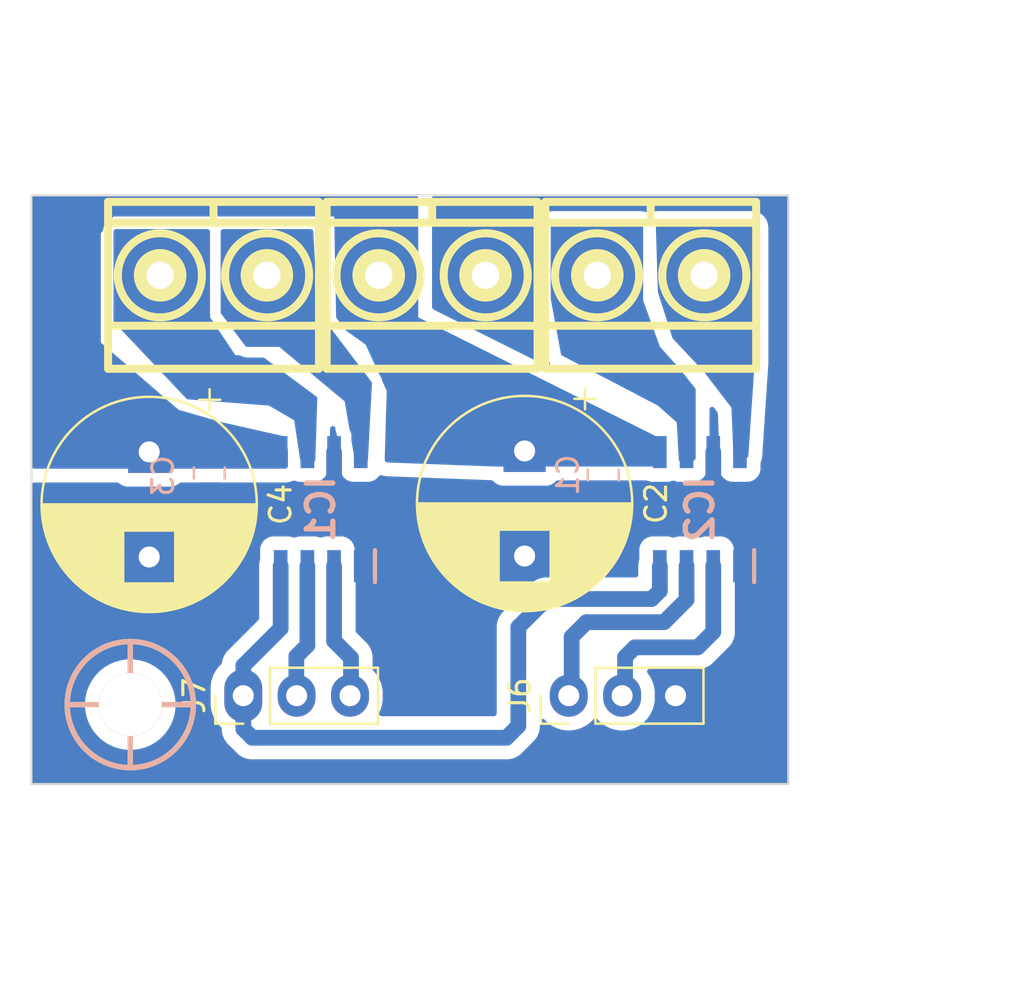
<source format=kicad_pcb>
(kicad_pcb (version 20240108) (generator "pcbnew") (generator_version "8.0")
  (layers (0 "F.Cu" signal) (31 "B.Cu" signal) (34 "B.Paste" user) (35 "F.Paste" user) (36 "B.SilkS" user "B.Silkscreen") (37 "F.SilkS" user "F.Silkscreen") (38 "B.Mask" user) (39 "F.Mask" user) (44 "Edge.Cuts" user))
  (net 0 "")
  (net 1 "GND")
  (net 2 "/M1B")
  (net 3 "/M1A")
  (net 4 "+5V")
  (net 5 "VCC")
  (net 6 "/OUT1A")
  (net 7 "/OUT1B")
  (net 8 "/M2B")
  (net 9 "/OUT2A")
  (net 10 "/M2A")
  (net 11 "/OUT2B")
  (footprint "Connector_PinHeader_2.54mm:PinHeader_1x03_P2.54mm_Vertical" (layer "F.Cu") (at 156.41 105.75 90)
    (property "Reference" "J6" (at 0 -2.33 -90) (layer "F.SilkS"))
    (property "Value" "Conn_01X03" (hide yes))
    (pad "1" thru_hole oval (at 0 0 90) (size 2 1.8) (drill 1) (layers "*.Cu" "*.Mask") (net 10 "/M2A"))
    (pad "2" thru_hole oval (at 0 2.54 90) (size 2 1.8) (drill 1) (layers "*.Cu" "*.Mask") (net 8 "/M2B"))
    (pad "3" thru_hole rect (at 0 5.08 90) (size 2 1.8) (drill 1) (layers "*.Cu" "*.Mask") (net 1 "GND"))
  )
  (footprint "Connector_PinHeader_2.54mm:PinHeader_1x03_P2.54mm_Vertical" (layer "F.Cu") (at 140.925 105.75 90)
    (property "Reference" "J7" (at 0 -2.33 -90) (layer "F.SilkS"))
    (property "Value" "Conn_01X03" (hide yes))
    (pad "1" thru_hole oval (at 0 0 90) (size 2.5 1.8) (drill 1) (layers "*.Cu" "*.Mask") (net 4 "+5V"))
    (pad "2" thru_hole oval (at 0 2.54 90) (size 2 1.8) (drill 1) (layers "*.Cu" "*.Mask") (net 3 "/M1A"))
    (pad "3" thru_hole oval (at 0 5.08 90) (size 2 1.8) (drill 1) (layers "*.Cu" "*.Mask") (net 2 "/M1B"))
  )
  (footprint "EESTN5:BORNERA2_AZUL" (layer "F.Cu") (at 139.51 85.75 180)
    (property "Reference" "J1" (hide yes))
    (property "Value" "MOTOR1" (hide yes))
    (pad "1" thru_hole circle (at -2.54 0 180) (size 2.5 2.5) (drill 1.3) (layers "*.Cu" "*.Mask" "F.SilkS") (net 7 "/OUT1B"))
    (pad "2" thru_hole circle (at 2.54 0 180) (size 2.5 2.5) (drill 1.3) (layers "*.Cu" "*.Mask" "F.SilkS") (net 6 "/OUT1A"))
  )
  (footprint "EESTN5:hole_3mm" (layer "F.Cu") (at 135.55 106.17375)
    (property "Reference" "H1" (hide yes))
    (property "Value" "Mounting_Hole" (hide yes))
    (pad "1" thru_hole circle (at 0 0) (size 3 3) (drill 3) (layers "*.Cu" "F.SilkS"))
  )
  (footprint "EESTN5:BORNERA2_AZUL" (layer "F.Cu") (at 149.91 85.75 180)
    (property "Reference" "J3" (hide yes))
    (property "Value" "TB_1X2" (hide yes))
    (pad "1" thru_hole circle (at -2.54 0 180) (size 2.5 2.5) (drill 1.3) (layers "*.Cu" "*.Mask" "F.SilkS") (net 1 "GND"))
    (pad "2" thru_hole circle (at 2.54 0 180) (size 2.5 2.5) (drill 1.3) (layers "*.Cu" "*.Mask" "F.SilkS") (net 5 "VCC"))
  )
  (footprint "EESTN5:BORNERA2_AZUL" (layer "F.Cu") (at 160.31 85.75 180)
    (property "Reference" "J2" (hide yes))
    (property "Value" "MOTOR2" (hide yes))
    (pad "1" thru_hole circle (at -2.54 0 180) (size 2.5 2.5) (drill 1.3) (layers "*.Cu" "*.Mask" "F.SilkS") (net 11 "/OUT2B"))
    (pad "2" thru_hole circle (at 2.54 0 180) (size 2.5 2.5) (drill 1.3) (layers "*.Cu" "*.Mask" "F.SilkS") (net 9 "/OUT2A"))
  )
  (footprint "Capacitor_THT:CP_Radial_D10.0mm_P5.00mm" (layer "F.Cu") (at 154.31 94.106073 -90)
    (property "Reference" "C2" (at 2.5 -6.25 90) (layer "F.SilkS"))
    (property "Value" "100uF")
    (pad "1" thru_hole rect (at 0 0 270) (size 2 2) (drill 1) (layers "*.Cu" "*.Mask") (net 5 "VCC"))
    (pad "2" thru_hole circle (at 5 0 270) (size 2 2) (drill 1) (layers "*.Cu" "*.Mask") (net 1 "GND"))
  )
  (footprint "Capacitor_THT:CP_Radial_D10.0mm_P5.00mm" (layer "F.Cu") (at 136.45 94.15 -90)
    (property "Reference" "C4" (at 2.5 -6.25 90) (layer "F.SilkS"))
    (property "Value" "100uF")
    (pad "1" thru_hole rect (at 0 0 270) (size 2 2) (drill 1) (layers "*.Cu" "*.Mask") (net 5 "VCC"))
    (pad "2" thru_hole circle (at 5 0 270) (size 2 2) (drill 1) (layers "*.Cu" "*.Mask") (net 1 "GND"))
  )
  (footprint "TB67H450:SOIC127P600X170-9N" (layer "B.Cu") (at 144.61 96.87375 90)
    (property "Reference" "IC1" (at 0 0 90) (layer "B.SilkS") (effects (font (size 1.27 1.27) (thickness 0.254)) (justify mirror)))
    (property "Value" "TB67H450FNG,EL" (hide yes))
    (pad "1" smd rect (at -2.712 1.905) (size 0.65 1.525) (layers "B.Cu" "B.Paste" "B.Mask") (net 1 "GND"))
    (pad "2" smd rect (at -2.712 0.635) (size 0.65 1.525) (layers "B.Cu" "B.Paste" "B.Mask") (net 2 "/M1B"))
    (pad "3" smd rect (at -2.712 -0.635) (size 0.65 1.525) (layers "B.Cu" "B.Paste" "B.Mask") (net 3 "/M1A"))
    (pad "4" smd rect (at -2.712 -1.905) (size 0.65 1.525) (layers "B.Cu" "B.Paste" "B.Mask") (net 4 "+5V"))
    (pad "5" smd rect (at 2.712 -1.905) (size 0.65 1.525) (layers "B.Cu" "B.Paste" "B.Mask") (net 5 "VCC"))
    (pad "6" smd rect (at 2.712 -0.635) (size 0.65 1.525) (layers "B.Cu" "B.Paste" "B.Mask") (net 6 "/OUT1A"))
    (pad "7" smd rect (at 2.712 0.635) (size 0.65 1.525) (layers "B.Cu" "B.Paste" "B.Mask") (net 1 "GND"))
    (pad "8" smd rect (at 2.712 1.905) (size 0.65 1.525) (layers "B.Cu" "B.Paste" "B.Mask") (net 7 "/OUT1B"))
    (pad "9" smd rect (at 0 0 90) (size 2.39 3.2) (layers "B.Cu" "B.Paste" "B.Mask") (net 1 "GND"))
  )
  (footprint "TB67H450:SOIC127P600X170-9N" (layer "B.Cu") (at 162.65 96.87375 90)
    (property "Reference" "IC2" (at 0 0 90) (layer "B.SilkS") (effects (font (size 1.27 1.27) (thickness 0.254)) (justify mirror)))
    (property "Value" "TB67H450FNG,EL" (hide yes))
    (pad "1" smd rect (at -2.712 1.905) (size 0.65 1.525) (layers "B.Cu" "B.Paste" "B.Mask") (net 1 "GND"))
    (pad "2" smd rect (at -2.712 0.635) (size 0.65 1.525) (layers "B.Cu" "B.Paste" "B.Mask") (net 8 "/M2B"))
    (pad "3" smd rect (at -2.712 -0.635) (size 0.65 1.525) (layers "B.Cu" "B.Paste" "B.Mask") (net 10 "/M2A"))
    (pad "4" smd rect (at -2.712 -1.905) (size 0.65 1.525) (layers "B.Cu" "B.Paste" "B.Mask") (net 4 "+5V"))
    (pad "5" smd rect (at 2.712 -1.905) (size 0.65 1.525) (layers "B.Cu" "B.Paste" "B.Mask") (net 5 "VCC"))
    (pad "6" smd rect (at 2.712 -0.635) (size 0.65 1.525) (layers "B.Cu" "B.Paste" "B.Mask") (net 9 "/OUT2A"))
    (pad "7" smd rect (at 2.712 0.635) (size 0.65 1.525) (layers "B.Cu" "B.Paste" "B.Mask") (net 1 "GND"))
    (pad "8" smd rect (at 2.712 1.905) (size 0.65 1.525) (layers "B.Cu" "B.Paste" "B.Mask") (net 11 "/OUT2B"))
    (pad "9" smd rect (at 0 0 90) (size 2.39 3.2) (layers "B.Cu" "B.Paste" "B.Mask") (net 1 "GND"))
  )
  (footprint "Capacitor_SMD:C_0805_2012Metric_Pad1.18x1.45mm_HandSolder" (layer "B.Cu") (at 139.31 95.15 -90)
    (property "Reference" "C3" (at 0.1375 2.2 90) (layer "B.SilkS") (effects (justify mirror)))
    (property "Value" "100nF")
    (pad "1" smd roundrect (at -1.0375 0 270) (size 1.175 1.45) (layers "B.Cu" "B.Paste" "B.Mask") (roundrect_rratio 0.212766) (net 5 "VCC"))
    (pad "2" smd roundrect (at 1.0375 0 270) (size 1.175 1.45) (layers "B.Cu" "B.Paste" "B.Mask") (roundrect_rratio 0.212766) (net 1 "GND"))
  )
  (footprint "Capacitor_SMD:C_0805_2012Metric_Pad1.18x1.45mm_HandSolder" (layer "B.Cu") (at 158.05 95.25 -90)
    (property "Reference" "C1" (at 0 1.68 90) (layer "B.SilkS") (effects (justify mirror)))
    (property "Value" "100nF")
    (pad "1" smd roundrect (at -1.0375 0 270) (size 1.175 1.45) (layers "B.Cu" "B.Paste" "B.Mask") (roundrect_rratio 0.212766) (net 5 "VCC"))
    (pad "2" smd roundrect (at 1.0375 0 270) (size 1.175 1.45) (layers "B.Cu" "B.Paste" "B.Mask") (roundrect_rratio 0.212766) (net 1 "GND"))
  )
  (gr_line (start 130.85 109.95) (end 166.85 109.95) (stroke (width 0.1)) (layer "Edge.Cuts"))
  (gr_line (start 166.85 109.95) (end 166.85 81.95) (stroke (width 0.1)) (layer "Edge.Cuts"))
  (gr_line (start 166.85 81.95) (end 130.85 81.95) (stroke (width 0.1)) (layer "Edge.Cuts"))
  (gr_line (start 130.85 81.95) (end 130.85 109.95) (stroke (width 0.1)) (layer "Edge.Cuts"))
  (segment (start 146.535 99.56575) (end 146.515 99.58575) (width 0.25) (layer "B.Cu") (net 1))
  (segment (start 163.285 96.23875) (end 162.65 96.87375) (width 0.75) (layer "B.Cu") (net 1))
  (segment (start 163.285 94.16175) (end 163.285 96.23875) (width 0.75) (layer "B.Cu") (net 1))
  (segment (start 144.61 96.87375) (end 145.245 96.23875) (width 0.75) (layer "B.Cu") (net 1))
  (segment (start 145.245 96.23875) (end 145.245 94.16175) (width 0.75) (layer "B.Cu") (net 1))
  (segment (start 145.245 99.58575) (end 145.245 103.145) (width 0.75) (layer "B.Cu") (net 2))
  (segment (start 146.05 105.63375) (end 146.01 105.67375) (width 0.75) (layer "B.Cu") (net 2))
  (segment (start 146.05 103.95) (end 146.05 105.63375) (width 0.75) (layer "B.Cu") (net 2))
  (segment (start 145.245 103.145) (end 146.05 103.95) (width 0.75) (layer "B.Cu") (net 2))
  (segment (start 143.435 105.63875) (end 143.47 105.67375) (width 0.5) (layer "B.Cu") (net 3))
  (segment (start 143.45 103.88) (end 143.45 105.65375) (width 0.75) (layer "B.Cu") (net 3))
  (segment (start 143.975 103.355) (end 143.45 103.88) (width 0.75) (layer "B.Cu") (net 3))
  (segment (start 143.45 105.65375) (end 143.47 105.67375) (width 0.75) (layer "B.Cu") (net 3))
  (segment (start 143.975 99.58575) (end 143.975 103.355) (width 0.75) (layer "B.Cu") (net 3))
  (segment (start 140.93 104.32) (end 140.93 105.67375) (width 0.75) (layer "B.Cu") (net 4))
  (segment (start 160.745 100.755) (end 160.35 101.15) (width 0.75) (layer "B.Cu") (net 4))
  (segment (start 141.35 107.75) (end 153.45 107.75) (width 0.75) (layer "B.Cu") (net 4))
  (segment (start 160.35 101.15) (end 155.35 101.15) (width 0.75) (layer "B.Cu") (net 4))
  (segment (start 160.745 99.58575) (end 160.745 100.755) (width 0.75) (layer "B.Cu") (net 4))
  (segment (start 154.01 102.49) (end 154.01 105.75) (width 0.75) (layer "B.Cu") (net 4))
  (segment (start 154.01 107.19) (end 154.01 105.75) (width 0.75) (layer "B.Cu") (net 4))
  (segment (start 153.45 107.75) (end 154.01 107.19) (width 0.75) (layer "B.Cu") (net 4))
  (segment (start 140.93 107.33) (end 141.35 107.75) (width 0.75) (layer "B.Cu") (net 4))
  (segment (start 155.35 101.15) (end 154.01 102.49) (width 0.75) (layer "B.Cu") (net 4))
  (segment (start 142.705 99.58575) (end 142.705 102.545) (width 0.75) (layer "B.Cu") (net 4))
  (segment (start 140.93 105.67375) (end 140.93 107.33) (width 0.75) (layer "B.Cu") (net 4))
  (segment (start 142.705 102.545) (end 140.93 104.32) (width 0.75) (layer "B.Cu") (net 4))
  (segment (start 136.46175 94.16175) (end 136.45 94.15) (width 1) (layer "B.Cu") (net 5))
  (segment (start 154.30075 94.16175) (end 154.25 94.2125) (width 1) (layer "B.Cu") (net 5))
  (segment (start 139.31 93.79875) (end 138.935 94.17375) (width 0.25) (layer "B.Cu") (net 5))
  (segment (start 154.143573 94.106073) (end 154.25 94.2125) (width 0.75) (layer "B.Cu") (net 5))
  (segment (start 139.31 93.79875) (end 139.235 93.87375) (width 0.25) (layer "B.Cu") (net 5))
  (segment (start 154.416427 94.2125) (end 154.31 94.106073) (width 1) (layer "B.Cu") (net 5))
  (segment (start 136.41 93.67375) (end 136.535 93.79875) (width 1) (layer "B.Cu") (net 5))
  (segment (start 146.515 94.16175) (end 146.515 93.72425) (width 0.25) (layer "B.Cu") (net 7))
  (segment (start 159.09 105.75) (end 159.09 103.91) (width 0.75) (layer "B.Cu") (net 8))
  (segment (start 159.55 103.45) (end 162.55 103.45) (width 0.75) (layer "B.Cu") (net 8))
  (segment (start 162.55 103.45) (end 163.285 102.715) (width 0.75) (layer "B.Cu") (net 8))
  (segment (start 159.09 103.91) (end 159.55 103.45) (width 0.75) (layer "B.Cu") (net 8))
  (segment (start 163.285 102.715) (end 163.285 99.58575) (width 0.75) (layer "B.Cu") (net 8))
  (segment (start 160.95 102.25) (end 162.015 101.185) (width 0.75) (layer "B.Cu") (net 10))
  (segment (start 162.015 101.185) (end 162.015 99.58575) (width 0.75) (layer "B.Cu") (net 10))
  (segment (start 157.25 102.25) (end 160.95 102.25) (width 0.75) (layer "B.Cu") (net 10))
  (segment (start 156.55 102.95) (end 157.25 102.25) (width 0.75) (layer "B.Cu") (net 10))
  (segment (start 156.55 105.75) (end 156.55 102.95) (width 0.75) (layer "B.Cu") (net 10))
  (zone (net 1) (net_name "GND") (layer "B.Cu") (connect_pads yes (clearance 0.65)) (min_thickness 0.25) (fill yes (thermal_gap 0.5) (thermal_bridge_width 1))
    (polygon (pts (xy 167.25 81.95) (xy 130.25 81.95) (xy 130.25 109.95) (xy 167.25 109.95)))
  )
  (zone (net 7) (net_name "/OUT1B") (layer "B.Cu") (priority 3) (connect_pads yes (clearance 0.5)) (min_thickness 0.25) (fill yes (thermal_gap 0.5) (thermal_bridge_width 1))
    (polygon (pts (xy 146.25 94.65) (xy 145.75 91.75) (xy 142.63768 89.1564) (xy 141.0548 89.1564) (xy 139.85 87.55) (xy 139.85 83.55) (xy 144.25 83.55) (xy 144.464 87.45) (xy 147.05 90.85) (xy 146.85 94.65)))
  )
  (zone (net 9) (net_name "/OUT2A") (layer "B.Cu") (priority 4) (connect_pads yes (clearance 0.1)) (min_thickness 0.25) (fill yes (thermal_gap 0.5) (thermal_bridge_width 1))
    (polygon (pts (xy 161.65 94.65) (xy 161.55 92.75) (xy 160.65 91.95) (xy 158.55 90.85) (xy 156.05 89.55) (xy 155.55 86.85) (xy 155.55 83.35) (xy 159.95 83.35) (xy 159.95 86.95) (xy 160.75 89.15) (xy 161.65 90.15) (xy 162.45 91.15) (xy 162.45 94.55)))
  )
  (zone (net 6) (net_name "/OUT1A") (layer "B.Cu") (priority 2) (connect_pads yes (clearance 0.1)) (min_thickness 0.25) (fill yes (thermal_gap 0.5) (thermal_bridge_width 1))
    (polygon (pts (xy 134.75 83.55) (xy 139.35 83.55) (xy 139.35 87.75) (xy 140.55 89.55) (xy 141.75 89.55) (xy 144.45 91.55) (xy 144.35 94.65) (xy 143.65 94.65) (xy 143.35 92.65) (xy 142.15 91.95) (xy 138.25 91.65) (xy 134.75 87.95)))
  )
  (zone (net 11) (net_name "/OUT2B") (layer "B.Cu") (priority 5) (connect_pads yes (clearance 0.1)) (min_thickness 0.25) (fill yes (thermal_gap 0.5) (thermal_bridge_width 1))
    (polygon (pts (xy 164.25 94.45) (xy 164.15 92.05) (xy 162.85 90.35) (xy 161.35 88.75) (xy 160.65 86.55) (xy 160.55 83.35) (xy 165.25 83.35) (xy 165.25 88.55) (xy 165.25 89.95) (xy 164.95 94.45)))
  )
  (zone (net 5) (net_name "VCC") (layer "B.Cu") (priority 1) (connect_pads yes (clearance 0.5)) (min_thickness 0.25) (fill yes (thermal_gap 0.5) (thermal_bridge_width 1))
    (polygon (pts (xy 161.05 94.85) (xy 152.95 94.85) (xy 147.65 94.65) (xy 147.75 91.25) (xy 146.75 89.05) (xy 145.35 88.05) (xy 145.25 82.95) (xy 134.75 82.95) (xy 134.15 83.75) (xy 134.15 88.95) (xy 137.85 92.15) (xy 139.95 92.75) (xy 143.05 93.45) (xy 143.05 94.95) (xy 134.95 94.95) (xy 130.25 94.95) (xy 130.25 81.95) (xy 149.25 81.95) (xy 149.25 87.75) (xy 161.05 93.65)))
  )
)
</source>
